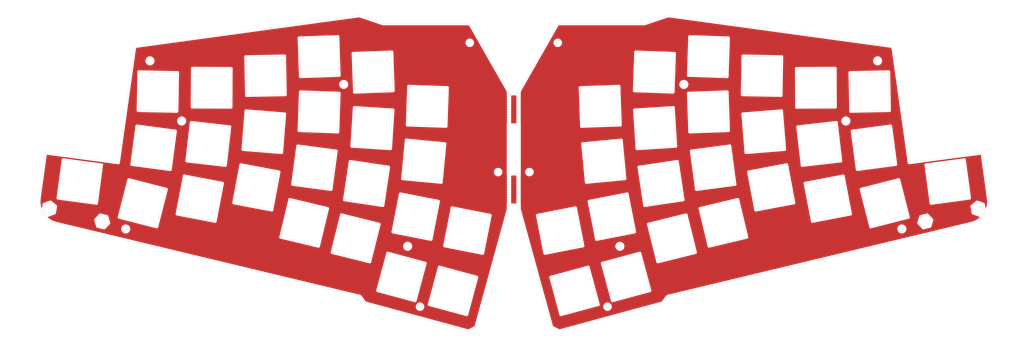
<source format=kicad_pcb>
(kicad_pcb (version 20211014) (generator pcbnew)
  (layers (0 "F.Cu" signal) (31 "B.Cu" signal) (34 "B.Paste" user) (35 "F.Paste" user) (36 "B.SilkS" user "B.Silkscreen") (37 "F.SilkS" user "F.Silkscreen") (38 "B.Mask" user) (39 "F.Mask" user) (44 "Edge.Cuts" user))
  (net 0 "")
  (footprint "e3w2q:mousebite" (layer "F.Cu") (at -2 58.017 -90)
    (fp_text reference "mousebite3" hide)
    (fp_text value "mousebite" hide)
    (pad "" np_thru_hole circle (at 7.5 -0.3 270) (size 0.6 0.6) (drill 0.6) (layers F&B.Cu *.Mask))
    (pad "" np_thru_hole circle (at 3.9 -0.3 270) (size 0.6 0.6) (drill 0.6) (layers F&B.Cu *.Mask))
    (pad "" np_thru_hole circle (at 0.3 -0.3 270) (size 0.6 0.6) (drill 0.6) (layers F&B.Cu *.Mask))
    (pad "" np_thru_hole circle (at 2.1 -0.3 270) (size 0.6 0.6) (drill 0.6) (layers F&B.Cu *.Mask))
    (pad "" np_thru_hole circle (at 4.8 -0.3 270) (size 0.6 0.6) (drill 0.6) (layers F&B.Cu *.Mask))
    (pad "" np_thru_hole circle (at 6.6 -0.3 270) (size 0.6 0.6) (drill 0.6) (layers F&B.Cu *.Mask))
    (pad "" np_thru_hole circle (at 1.2 -0.3 270) (size 0.6 0.6) (drill 0.6) (layers F&B.Cu *.Mask))
    (pad "" np_thru_hole circle (at 10.2 -0.3 270) (size 0.6 0.6) (drill 0.6) (layers F&B.Cu *.Mask))
    (pad "" np_thru_hole circle (at 9.3 -0.3 270) (size 0.6 0.6) (drill 0.6) (layers F&B.Cu *.Mask))
    (pad "" np_thru_hole circle (at 8.4 -0.3 270) (size 0.6 0.6) (drill 0.6) (layers F&B.Cu *.Mask))
    (pad "" np_thru_hole circle (at 3 -0.3 270) (size 0.6 0.6) (drill 0.6) (layers F&B.Cu *.Mask))
    (pad "" np_thru_hole circle (at 5.7 -0.3 270) (size 0.6 0.6) (drill 0.6) (layers F&B.Cu *.Mask))
  )
  (footprint "e3w2q:mousebite" (layer "F.Cu") (at -2 29.482 -90)
    (fp_text reference "mousebite1" hide)
    (fp_text value "mousebite" hide)
    (pad "" np_thru_hole circle (at 10.2 -0.3 270) (size 0.6 0.6) (drill 0.6) (layers F&B.Cu *.Mask))
    (pad "" np_thru_hole circle (at 8.4 -0.3 270) (size 0.6 0.6) (drill 0.6) (layers F&B.Cu *.Mask))
    (pad "" np_thru_hole circle (at 9.3 -0.3 270) (size 0.6 0.6) (drill 0.6) (layers F&B.Cu *.Mask))
    (pad "" np_thru_hole circle (at 6.6 -0.3 270) (size 0.6 0.6) (drill 0.6) (layers F&B.Cu *.Mask))
    (pad "" np_thru_hole circle (at 3.9 -0.3 270) (size 0.6 0.6) (drill 0.6) (layers F&B.Cu *.Mask))
    (pad "" np_thru_hole circle (at 7.5 -0.3 270) (size 0.6 0.6) (drill 0.6) (layers F&B.Cu *.Mask))
    (pad "" np_thru_hole circle (at 3 -0.3 270) (size 0.6 0.6) (drill 0.6) (layers F&B.Cu *.Mask))
    (pad "" np_thru_hole circle (at 5.7 -0.3 270) (size 0.6 0.6) (drill 0.6) (layers F&B.Cu *.Mask))
    (pad "" np_thru_hole circle (at 4.8 -0.3 270) (size 0.6 0.6) (drill 0.6) (layers F&B.Cu *.Mask))
    (pad "" np_thru_hole circle (at 0.3 -0.3 270) (size 0.6 0.6) (drill 0.6) (layers F&B.Cu *.Mask))
    (pad "" np_thru_hole circle (at 2.1 -0.3 270) (size 0.6 0.6) (drill 0.6) (layers F&B.Cu *.Mask))
    (pad "" np_thru_hole circle (at 1.2 -0.3 270) (size 0.6 0.6) (drill 0.6) (layers F&B.Cu *.Mask))
  )
  (footprint "e3w2q:mousebite" (layer "F.Cu") (at 1.4 58.017 -90)
    (fp_text reference "mousebite4" hide)
    (fp_text value "mousebite" hide)
    (pad "" np_thru_hole circle (at 1.2 -0.3 270) (size 0.6 0.6) (drill 0.6) (layers F&B.Cu *.Mask))
    (pad "" np_thru_hole circle (at 3 -0.3 270) (size 0.6 0.6) (drill 0.6) (layers F&B.Cu *.Mask))
    (pad "" np_thru_hole circle (at 2.1 -0.3 270) (size 0.6 0.6) (drill 0.6) (layers F&B.Cu *.Mask))
    (pad "" np_thru_hole circle (at 5.7 -0.3 270) (size 0.6 0.6) (drill 0.6) (layers F&B.Cu *.Mask))
    (pad "" np_thru_hole circle (at 7.5 -0.3 270) (size 0.6 0.6) (drill 0.6) (layers F&B.Cu *.Mask))
    (pad "" np_thru_hole circle (at 0.3 -0.3 270) (size 0.6 0.6) (drill 0.6) (layers F&B.Cu *.Mask))
    (pad "" np_thru_hole circle (at 4.8 -0.3 270) (size 0.6 0.6) (drill 0.6) (layers F&B.Cu *.Mask))
    (pad "" np_thru_hole circle (at 6.6 -0.3 270) (size 0.6 0.6) (drill 0.6) (layers F&B.Cu *.Mask))
    (pad "" np_thru_hole circle (at 3.9 -0.3 270) (size 0.6 0.6) (drill 0.6) (layers F&B.Cu *.Mask))
    (pad "" np_thru_hole circle (at 8.4 -0.3 270) (size 0.6 0.6) (drill 0.6) (layers F&B.Cu *.Mask))
    (pad "" np_thru_hole circle (at 9.3 -0.3 270) (size 0.6 0.6) (drill 0.6) (layers F&B.Cu *.Mask))
    (pad "" np_thru_hole circle (at 10.2 -0.3 270) (size 0.6 0.6) (drill 0.6) (layers F&B.Cu *.Mask))
  )
  (footprint "e3w2q:mousebite" (layer "F.Cu") (at 1.4 29.482 -90)
    (fp_text reference "mousebite2" hide)
    (fp_text value "mousebite" hide)
    (pad "" np_thru_hole circle (at 7.5 -0.3 270) (size 0.6 0.6) (drill 0.6) (layers F&B.Cu *.Mask))
    (pad "" np_thru_hole circle (at 2.1 -0.3 270) (size 0.6 0.6) (drill 0.6) (layers F&B.Cu *.Mask))
    (pad "" np_thru_hole circle (at 0.3 -0.3 270) (size 0.6 0.6) (drill 0.6) (layers F&B.Cu *.Mask))
    (pad "" np_thru_hole circle (at 10.2 -0.3 270) (size 0.6 0.6) (drill 0.6) (layers F&B.Cu *.Mask))
    (pad "" np_thru_hole circle (at 8.4 -0.3 270) (size 0.6 0.6) (drill 0.6) (layers F&B.Cu *.Mask))
    (pad "" np_thru_hole circle (at 6.6 -0.3 270) (size 0.6 0.6) (drill 0.6) (layers F&B.Cu *.Mask))
    (pad "" np_thru_hole circle (at 4.8 -0.3 270) (size 0.6 0.6) (drill 0.6) (layers F&B.Cu *.Mask))
    (pad "" np_thru_hole circle (at 9.3 -0.3 270) (size 0.6 0.6) (drill 0.6) (layers F&B.Cu *.Mask))
    (pad "" np_thru_hole circle (at 3.9 -0.3 270) (size 0.6 0.6) (drill 0.6) (layers F&B.Cu *.Mask))
    (pad "" np_thru_hole circle (at 5.7 -0.3 270) (size 0.6 0.6) (drill 0.6) (layers F&B.Cu *.Mask))
    (pad "" np_thru_hole circle (at 3 -0.3 270) (size 0.6 0.6) (drill 0.6) (layers F&B.Cu *.Mask))
    (pad "" np_thru_hole circle (at 1.2 -0.3 270) (size 0.6 0.6) (drill 0.6) (layers F&B.Cu *.Mask))
  )
  (gr_line (start -82.744907 50.087128) (end -81.637026 36.271749) (layer "Edge.Cuts") (width 0.09))
  (gr_line (start -95.284069 29.727792) (end -81.426491 29.47193) (layer "Edge.Cuts") (width 0.09))
  (gr_circle (center 5.58684 57.018427) (end 6.58684 57.018427) (layer "Edge.Cuts") (width 0.09) (fill none))
  (gr_line (start 101.206016 40.884131) (end 114.975802 39.303968) (layer "Edge.Cuts") (width 0.09))
  (gr_line (start -83.076633 80.244981) (end -69.598097 83.473686) (layer "Edge.Cuts") (width 0.09))
  (gr_line (start -23.643805 26.895993) (end -37.494951 26.40699) (layer "Edge.Cuts") (width 0.09))
  (gr_line (start -102.786076 54.653918) (end -101.205912 40.884131) (layer "Edge.Cuts") (width 0.09))
  (gr_curve (pts (xy 2.000093 29.16493) (xy 2.000093 29.16493) (xy -1.999986 29.16493) (xy -1.999986 29.16493)) (layer "Edge.Cuts") (width 0.09))
  (gr_line (start -101.205912 40.884131) (end -114.975699 39.303968) (layer "Edge.Cuts") (width 0.09))
  (gr_line (start 56.865007 33.997319) (end 57.740556 47.82921) (layer "Edge.Cuts") (width 0.09))
  (gr_line (start 51.324491 89.04019) (end 47.972543 75.591838) (layer "Edge.Cuts") (width 0.09))
  (gr_line (start 100.7848 33.92339) (end 100.715782 20.063107) (layer "Edge.Cuts") (width 0.09))
  (gr_line (start 60.360917 66.911531) (end 46.6534 68.961843) (layer "Edge.Cuts") (width 0.09))
  (gr_curve (pts (xy 2.035879 70.375183) (xy 2.035879 70.375183) (xy 13.438801 111.84931) (xy 13.438801 111.84931)) (layer "Edge.Cuts") (width 0.09))
  (gr_curve (pts (xy 2.000093 70.110083) (xy 2.000093 70.199656) (xy 2.01213 70.288819) (xy 2.035879 70.375183)) (layer "Edge.Cuts") (width 0.09))
  (gr_line (start -56.864903 33.997319) (end -57.740452 47.82921) (layer "Edge.Cuts") (width 0.09))
  (gr_line (start -62.216056 22.556742) (end -62.694451 8.704887) (layer "Edge.Cuts") (width 0.09))
  (gr_line (start -116.555862 53.073754) (end -102.786076 54.653918) (layer "Edge.Cuts") (width 0.09))
  (gr_line (start -25.84497 60.69952) (end -24.5337 46.901411) (layer "Edge.Cuts") (width 0.09))
  (gr_line (start 42.943397 28.053946) (end 43.439959 14.202438) (layer "Edge.Cuts") (width 0.09))
  (gr_line (start -147.369849 72.276429) (end -149.045483 74.02921) (layer "Edge.Cuts") (width 0.09))
  (gr_line (start -51.324387 89.04019) (end -47.972439 75.591838) (layer "Edge.Cuts") (width 0.09))
  (gr_line (start -43.908561 48.704759) (end -43.033012 34.872868) (layer "Edge.Cuts") (width 0.09))
  (gr_curve (pts (xy -46.794538 4.130196) (xy -46.794538 4.130196) (xy -54.829276 1.412597) (xy -54.829276 1.412597)) (layer "Edge.Cuts") (width 0.09))
  (gr_circle (center 33.420425 104.992094) (end 34.420425 104.992094) (layer "Edge.Cuts") (width 0.09) (fill none))
  (gr_line (start -62.70705 42.74361) (end -62.218053 28.892457) (layer "Edge.Cuts") (width 0.09))
  (gr_line (start -13.154261 94.482849) (end -26.534542 90.86879) (layer "Edge.Cuts") (width 0.09))
  (gr_line (start 133.927903 35.113822) (end 120.070992 35.385201) (layer "Edge.Cuts") (width 0.09))
  (gr_line (start -117.430128 58.382753) (end -120.039115 71.994916) (layer "Edge.Cuts") (width 0.09))
  (gr_line (start 140.670232 73.127976) (end 127.244907 76.573241) (layer "Edge.Cuts") (width 0.09))
  (gr_curve (pts (xy 16.581072 113.50541) (xy 16.581072 113.50541) (xy 52.718272 103.693003) (xy 52.718272 103.693003)) (layer "Edge.Cuts") (width 0.09))
  (gr_curve (pts (xy 2.000093 28.455412) (xy 2.000093 28.455412) (xy 2.000093 29.16493) (xy 2.000093 29.16493)) (layer "Edge.Cuts") (width 0.09))
  (gr_curve (pts (xy -1.999986 28.455412) (xy -1.999986 28.281629) (xy -2.045289 28.110838) (xy -2.131394 27.959878)) (layer "Edge.Cuts") (width 0.09))
  (gr_line (start -77.01491 47.672274) (end -78.85204 61.409825) (layer "Edge.Cuts") (width 0.09))
  (gr_curve (pts (xy -16.276935 4.182927) (xy -16.276935 4.182927) (xy -46.474144 4.182927) (xy -46.474144 4.182927)) (layer "Edge.Cuts") (width 0.09))
  (gr_line (start -43.439855 14.202438) (end -57.291364 14.698999) (layer "Edge.Cuts") (width 0.09))
  (gr_line (start -83.666784 56.953202) (end -97.287119 54.389017) (layer "Edge.Cuts") (width 0.09))
  (gr_line (start 47.972543 75.591838) (end 61.420895 72.23989) (layer "Edge.Cuts") (width 0.09))
  (gr_line (start 106.427056 74.603903) (end 103.818069 60.991739) (layer "Edge.Cuts") (width 0.09))
  (gr_line (start -86.230969 70.573537) (end -83.666784 56.953202) (layer "Edge.Cuts") (width 0.09))
  (gr_line (start 76.558306 42.254612) (end 62.707154 42.74361) (layer "Edge.Cuts") (width 0.09))
  (gr_line (start -148.365346 76.356742) (end -146.009576 76.931492) (layer "Edge.Cuts") (width 0.09))
  (gr_line (start 82.74501 50.087128) (end 81.63713 36.271749) (layer "Edge.Cuts") (width 0.09))
  (gr_line (start 37.984058 40.258136) (end 24.132912 40.74714) (layer "Edge.Cuts") (width 0.09))
  (gr_line (start 102.78618 54.653918) (end 101.206016 40.884131) (layer "Edge.Cuts") (width 0.09))
  (gr_line (start -42.943294 28.053946) (end -43.439855 14.202438) (layer "Edge.Cuts") (width 0.09))
  (gr_curve (pts (xy 13.956512 112.478987) (xy 13.956512 112.478987) (xy 15.872502 113.435109) (xy 15.872502 113.435109)) (layer "Edge.Cuts") (width 0.09))
  (gr_line (start -133.656421 21.256911) (end -133.9278 35.113822) (layer "Edge.Cuts") (width 0.09))
  (gr_line (start 44.924307 85.901622) (end 48.538395 99.281874) (layer "Edge.Cuts") (width 0.09))
  (gr_curve (pts (xy -55.285321 1.369124) (xy -55.285321 1.369124) (xy -134.320936 12.188812) (xy -134.320936 12.188812)) (layer "Edge.Cuts") (width 0.09))
  (gr_line (start -144.333943 75.178711) (end -145.014079 72.851179) (layer "Edge.Cuts") (width 0.09))
  (gr_line (start -122.43014 56.137343) (end -120.603791 42.397922) (layer "Edge.Cuts") (width 0.09))
  (gr_line (start -61.420792 72.23989) (end -64.772739 85.688242) (layer "Edge.Cuts") (width 0.09))
  (gr_line (start -62.218053 28.892457) (end -76.069205 28.40346) (layer "Edge.Cuts") (width 0.09))
  (gr_line (start 25.845074 60.69952) (end 24.533803 46.901411) (layer "Edge.Cuts") (width 0.09))
  (gr_line (start -43.033012 34.872868) (end -56.864903 33.997319) (layer "Edge.Cuts") (width 0.09))
  (gr_line (start -81.682353 15.614352) (end -95.539931 15.870214) (layer "Edge.Cuts") (width 0.09))
  (gr_line (start 133.656525 21.256911) (end 133.927903 35.113822) (layer "Edge.Cuts") (width 0.09))
  (gr_line (start -76.546306 9.183282) (end -76.06791 23.035137) (layer "Edge.Cuts") (width 0.09))
  (gr_line (start -62.694451 8.704887) (end -76.546306 9.183282) (layer "Edge.Cuts") (width 0.09))
  (gr_line (start 146.00968 76.931492) (end 144.334047 75.178711) (layer "Edge.Cuts") (width 0.09))
  (gr_line (start 81.63713 36.271749) (end 95.452509 35.163868) (layer "Edge.Cuts") (width 0.09))
  (gr_curve (pts (xy 52.718272 103.693003) (xy 52.938199 103.633295) (xy 53.131124 103.50025) (xy 53.265117 103.315894)) (layer "Edge.Cuts") (width 0.09))
  (gr_line (start -119.79951 21.52829) (end -133.656421 21.256911) (layer "Edge.Cuts") (width 0.09))
  (gr_line (start -134.343213 40.571573) (end -136.169561 54.310995) (layer "Edge.Cuts") (width 0.09))
  (gr_line (start 165.159676 67.663987) (end 167.434197 68.50455) (layer "Edge.Cuts") (width 0.09))
  (gr_line (start 163.294467 69.213499) (end 165.159676 67.663987) (layer "Edge.Cuts") (width 0.09))
  (gr_line (start 167.843508 70.894624) (end 165.978299 72.444135) (layer "Edge.Cuts") (width 0.09))
  (gr_line (start -81.637026 36.271749) (end -95.452405 35.163868) (layer "Edge.Cuts") (width 0.09))
  (gr_curve (pts (xy -140.918875 53.717759) (xy -140.918875 53.717759) (xy -166.903292 50.261682) (xy -166.903292 50.261682)) (layer "Edge.Cuts") (width 0.09))
  (gr_line (start 30.148705 104.249071) (end 16.768424 107.86313) (layer "Edge.Cuts") (width 0.09))
  (gr_curve (pts (xy -15.872395 113.435109) (xy -15.872395 113.435109) (xy -13.956405 112.478987) (xy -13.956405 112.478987)) (layer "Edge.Cuts") (width 0.09))
  (gr_line (start 149.045587 74.02921) (end 148.36545 76.356742) (layer "Edge.Cuts") (width 0.09))
  (gr_line (start -146.009576 76.931492) (end -144.333943 75.178711) (layer "Edge.Cuts") (width 0.09))
  (gr_circle (center 129.682394 17.371) (end 130.782394 17.371) (layer "Edge.Cuts") (width 0.09) (fill none))
  (gr_curve (pts (xy -135.17547 13.039751) (xy -135.17547 13.039751) (xy -140.918875 53.717759) (xy -140.918875 53.717759)) (layer "Edge.Cuts") (width 0.09))
  (gr_line (start 21.985935 69.738421) (end 24.660322 83.337653) (layer "Edge.Cuts") (width 0.09))
  (gr_line (start 24.660322 83.337653) (end 11.06109 86.012041) (layer "Edge.Cuts") (width 0.09))
  (gr_line (start -114.975699 39.303968) (end -116.555862 53.073754) (layer "Edge.Cuts") (width 0.09))
  (gr_line (start 26.822846 67.436057) (end 40.424082 64.771593) (layer "Edge.Cuts") (width 0.09))
  (gr_line (start 79.848031 66.766446) (end 83.076736 80.244981) (layer "Edge.Cuts") (width 0.09))
  (gr_line (start -114.575961 19.99409) (end -114.644978 33.854372) (layer "Edge.Cuts") (width 0.09))
  (gr_line (start 134.343317 40.571573) (end 136.169665 54.310995) (layer "Edge.Cuts") (width 0.09))
  (gr_line (start -76.558203 42.254612) (end -62.70705 42.74361) (layer "Edge.Cuts") (width 0.09))
  (gr_line (start 148.725489 68.165155) (end 146.892643 54.426891) (layer "Edge.Cuts") (width 0.09))
  (gr_curve (pts (xy -1.999986 68.716994) (xy -1.999986 68.716994) (xy 2.000093 68.716994) (xy 2.000093 68.716994)) (layer "Edge.Cuts") (width 0.09))
  (gr_line (start -123.799538 63.147917) (end -137.224863 59.702651) (layer "Edge.Cuts") (width 0.09))
  (gr_line (start -95.452405 35.163868) (end -96.560286 48.979248) (layer "Edge.Cuts") (width 0.09))
  (gr_line (start -95.539931 15.870214) (end -95.284069 29.727792) (layer "Edge.Cuts") (width 0.09))
  (gr_curve (pts (xy -13.956405 112.478987) (xy -13.702243 112.352143) (xy -13.514011 112.123195) (xy -13.438693 111.84931)) (layer "Edge.Cuts") (width 0.09))
  (gr_curve (pts (xy 46.474252 4.182927) (xy 46.474252 4.182927) (xy 16.277043 4.182927) (xy 16.277043 4.182927)) (layer "Edge.Cuts") (width 0.09))
  (gr_line (start -97.287119 54.389017) (end -99.851304 68.009352) (layer "Edge.Cuts") (width 0.09))
  (gr_curve (pts (xy 2.000093 40.164926) (xy 2.000093 40.164926) (xy 2.000093 57.716998) (xy 2.000093 57.716998)) (layer "Edge.Cuts") (width 0.09))
  (gr_line (start 96.56039 48.979248) (end 82.74501 50.087128) (layer "Edge.Cuts") (width 0.09))
  (gr_line (start -120.603791 42.397922) (end -134.343213 40.571573) (layer "Edge.Cuts") (width 0.09))
  (gr_line (start 26.534646 90.86879) (end 30.148705 104.249071) (layer "Edge.Cuts") (width 0.09))
  (gr_line (start -148.725385 68.165155) (end -146.892539 54.426891) (layer "Edge.Cuts") (width 0.09))
  (gr_curve (pts (xy 135.175578 13.039751) (xy 135.113049 12.596927) (xy 134.764126 12.249468) (xy 134.321043 12.188812)) (layer "Edge.Cuts") (width 0.09))
  (gr_circle (center -5.586736 57.018427) (end -4.586736 57.018427) (layer "Edge.Cuts") (width 0.09) (fill none))
  (gr_line (start -47.972439 75.591838) (end -61.420792 72.23989) (layer "Edge.Cuts") (width 0.09))
  (gr_line (start -100.784696 33.92339) (end -100.715678 20.063107) (layer "Edge.Cuts") (width 0.09))
  (gr_curve (pts (xy -15.40834 4.687397) (xy -15.586301 4.375465) (xy -15.917827 4.182927) (xy -16.276935 4.182927)) (layer "Edge.Cuts") (width 0.09))
  (gr_line (start 120.603895 42.397922) (end 134.343317 40.571573) (layer "Edge.Cuts") (width 0.09))
  (gr_curve (pts (xy 55.094312 101.206592) (xy 55.094312 101.206592) (xy 163.072734 75.283303) (xy 163.072734 75.283303)) (layer "Edge.Cuts") (width 0.09))
  (gr_line (start -44.924204 85.901622) (end -48.538291 99.281874) (layer "Edge.Cuts") (width 0.09))
  (gr_line (start -24.5337 46.901411) (end -38.331809 45.59014) (layer "Edge.Cuts") (width 0.09))
  (gr_line (start 38.331913 45.59014) (end 39.643183 59.388249) (layer "Edge.Cuts") (width 0.09))
  (gr_line (start 65.114594 63.246954) (end 63.277464 49.509404) (layer "Edge.Cuts") (width 0.09))
  (gr_curve (pts (xy -54.518744 101.591) (xy -54.518744 101.591) (xy -53.265009 103.315894) (xy -53.265009 103.315894)) (layer "Edge.Cuts") (width 0.09))
  (gr_line (start 103.818069 60.991739) (end 117.430232 58.382753) (layer "Edge.Cuts") (width 0.09))
  (gr_line (start -100.715678 20.063107) (end -114.575961 19.99409) (layer "Edge.Cuts") (width 0.09))
  (gr_curve (pts (xy 54.518851 101.591) (xy 54.658808 101.398462) (xy 54.862866 101.262144) (xy 55.094312 101.206592)) (layer "Edge.Cuts") (width 0.09))
  (gr_line (start 146.892643 54.426891) (end 160.630907 52.594045) (layer "Edge.Cuts") (width 0.09))
  (gr_curve (pts (xy 15.872502 113.435109) (xy 16.092063 113.544684) (xy 16.344244 113.569704) (xy 16.581072 113.50541)) (layer "Edge.Cuts") (width 0.09))
  (gr_line (start 57.740556 47.82921) (end 43.908664 48.704759) (layer "Edge.Cuts") (width 0.09))
  (gr_line (start 24.533803 46.901411) (end 38.331913 45.59014) (layer "Edge.Cuts") (width 0.09))
  (gr_curve (pts (xy -13.438693 111.84931) (xy -13.438693 111.84931) (xy -2.035772 70.375183) (xy -2.035772 70.375183)) (layer "Edge.Cuts") (width 0.09))
  (gr_line (start -167.434093 68.50455) (end -167.843405 70.894624) (layer "Edge.Cuts") (width 0.09))
  (gr_line (start -133.9278 35.113822) (end -120.070888 35.385201) (layer "Edge.Cuts") (width 0.09))
  (gr_line (start -26.822743 67.436057) (end -40.423978 64.771593) (layer "Edge.Cuts") (width 0.09))
  (gr_circle (center 60.625647 25.768284) (end 61.725647 25.768284) (layer "Edge.Cuts") (width 0.09) (fill none))
  (gr_line (start -44.602984 55.254326) (end -58.310501 53.204013) (layer "Edge.Cuts") (width 0.09))
  (gr_line (start 114.645082 33.854372) (end 100.7848 33.92339) (layer "Edge.Cuts") (width 0.09))
  (gr_line (start -140.670128 73.127976) (end -127.244803 76.573241) (layer "Edge.Cuts") (width 0.09))
  (gr_line (start 35.158143 102.895962) (end 31.544055 89.51571) (layer "Edge.Cuts") (width 0.09))
  (gr_line (start 48.538395 99.281874) (end 35.158143 102.895962) (layer "Edge.Cuts") (width 0.09))
  (gr_line (start 24.132912 40.74714) (end 23.643908 26.895993) (layer "Edge.Cuts") (width 0.09))
  (gr_line (start 120.039219 71.994916) (end 106.427056 74.603903) (layer "Edge.Cuts") (width 0.09))
  (gr_line (start -63.27736 49.509404) (end -77.01491 47.672274) (layer "Edge.Cuts") (width 0.09))
  (gr_curve (pts (xy -53.265009 103.315894) (xy -53.131016 103.50025) (xy -52.938091 103.633295) (xy -52.718143 103.693003)) (layer "Edge.Cuts") (width 0.09))
  (gr_circle (center -37.818344 83.469458) (end -36.718344 83.469458) (layer "Edge.Cuts") (width 0.09) (fill none))
  (gr_line (start 8.386702 72.412808) (end 21.985935 69.738421) (layer "Edge.Cuts") (width 0.09))
  (gr_line (start 163.703779 71.603573) (end 163.294467 69.213499) (layer "Edge.Cuts") (width 0.09))
  (gr_line (start -165.159572 67.663987) (end -167.434093 68.50455) (layer "Edge.Cuts") (width 0.09))
  (gr_line (start 43.439959 14.202438) (end 57.291467 14.698999) (layer "Edge.Cuts") (width 0.09))
  (gr_line (start -136.169561 54.310995) (end -122.43014 56.137343) (layer "Edge.Cuts") (width 0.09))
  (gr_line (start 95.540035 15.870214) (end 95.284172 29.727792) (layer "Edge.Cuts") (width 0.09))
  (gr_line (start -30.148601 104.249071) (end -16.76832 107.86313) (layer "Edge.Cuts") (width 0.09))
  (gr_curve (pts (xy 140.918982 53.717759) (xy 140.918982 53.717759) (xy 135.175578 13.039751) (xy 135.175578 13.039751)) (layer "Edge.Cuts") (width 0.09))
  (gr_curve (pts (xy -1.999986 40.164926) (xy -1.999986 40.164926) (xy 2.000093 40.164926) (xy 2.000093 40.164926)) (layer "Edge.Cuts") (width 0.09))
  (gr_curve (pts (xy -1.999986 70.110083) (xy -1.999986 70.110083) (xy -1.999986 68.716994) (xy -1.999986 68.716994)) (layer "Edge.Cuts") (width 0.09))
  (gr_line (start 11.06109 86.012041) (end 8.386702 72.412808) (layer "Edge.Cuts") (width 0.09))
  (gr_line (start 78.852144 61.409825) (end 65.114594 63.246954) (layer "Edge.Cuts") (width 0.09))
  (gr_line (start 144.334047 75.178711) (end 145.014183 72.851179) (layer "Edge.Cuts") (width 0.09))
  (gr_line (start 117.430232 58.382753) (end 120.039219 71.994916) (layer "Edge.Cuts") (width 0.09))
  (gr_line (start 147.369953 72.276429) (end 149.045587 74.02921) (layer "Edge.Cuts") (width 0.09))
  (gr_curve (pts (xy -46.474144 4.182927) (xy -46.583095 4.182927) (xy -46.691336 4.16512) (xy -46.794538 4.130196)) (layer "Edge.Cuts") (width 0.09))
  (gr_circle (center -138.330513 77.292745) (end -137.230513 77.292745) (layer "Edge.Cuts") (width 0.09) (fill none))
  (gr_line (start -146.892539 54.426891) (end -160.630803 52.594045) (layer "Edge.Cuts") (width 0.09))
  (gr_line (start 114.975802 39.303968) (end 116.555966 53.073754) (layer "Edge.Cuts") (width 0.09))
  (gr_line (start -137.224863 59.702651) (end -140.670128 73.127976) (layer "Edge.Cuts") (width 0.09))
  (gr_curve (pts (xy -169.130094 66.411622) (xy -169.691925 70.486352) (xy -167.072253 74.323069) (xy -163.072626 75.283303)) (layer "Edge.Cuts") (width 0.09))
  (gr_line (start -57.740452 47.82921) (end -43.908561 48.704759) (layer "Edge.Cuts") (width 0.09))
  (gr_curve (pts (xy 166.9034 50.261682) (xy 166.9034 50.261682) (xy 140.918982 53.717759) (xy 140.918982 53.717759)) (layer "Edge.Cuts") (width 0.09))
  (gr_circle (center 15.684 10.941762) (end 16.684 10.941762) (layer "Edge.Cuts") (width 0.09) (fill none))
  (gr_line (start -11.060986 86.012041) (end -8.386599 72.412808) (layer "Edge.Cuts") (width 0.09))
  (gr_line (start -29.487207 81.037293) (end -26.822743 67.436057) (layer "Edge.Cuts") (width 0.09))
  (gr_line (start -26.534542 90.86879) (end -30.148601 104.249071) (layer "Edge.Cuts") (width 0.09))
  (gr_curve (pts (xy 2.131524 27.959878) (xy 2.045396 28.110838) (xy 2.000093 28.281629) (xy 2.000093 28.455412)) (layer "Edge.Cuts") (width 0.09))
  (gr_curve (pts (xy 163.072734 75.283303) (xy 167.07236 74.323069) (xy 169.692032 70.486352) (xy 169.130202 66.411622)) (layer "Edge.Cuts") (width 0.09))
  (gr_curve (pts (xy 169.130202 66.411622) (xy 169.130202 66.411622) (xy 166.9034 50.261682) (xy 166.9034 50.261682)) (layer "Edge.Cuts") (width 0.09))
  (gr_line (start -35.158039 102.895962) (end -31.543951 89.51571) (layer "Edge.Cuts") (width 0.09))
  (gr_curve (pts (xy -55.094204 101.206592) (xy -54.862758 101.262144) (xy -54.658701 101.398462) (xy -54.518744 101.591)) (layer "Edge.Cuts") (width 0.09))
  (gr_line (start 43.088546 78.372828) (end 29.487311 81.037293) (layer "Edge.Cuts") (width 0.09))
  (gr_line (start -56.794802 28.550508) (end -42.943294 28.053946) (layer "Edge.Cuts") (width 0.09))
  (gr_line (start 86.231073 70.573537) (end 83.666888 56.953202) (layer "Edge.Cuts") (width 0.09))
  (gr_circle (center -60.625543 25.768284) (end -59.525543 25.768284) (layer "Edge.Cuts") (width 0.09) (fill none))
  (gr_line (start 29.487311 81.037293) (end 26.822846 67.436057) (layer "Edge.Cuts") (width 0.09))
  (gr_curve (pts (xy -54.829276 1.412597) (xy -54.975886 1.363009) (xy -55.131992 1.34813) (xy -55.285321 1.369124)) (layer "Edge.Cuts") (width 0.09))
  (gr_line (start -162.463649 66.332309) (end -148.725385 68.165155) (layer "Edge.Cuts") (width 0.09))
  (gr_curve (pts (xy -2.035772 70.375183) (xy -2.012022 70.288819) (xy -1.999986 70.199656) (xy -1.999986 70.110083)) (layer "Edge.Cuts") (width 0.09))
  (gr_line (start 160.630907 52.594045) (end 162.463752 66.332309) (layer "Edge.Cuts") (width 0.09))
  (gr_line (start -48.538291 99.281874) (end -35.158039 102.895962) (layer "Edge.Cuts") (width 0.09))
  (gr_line (start 120.070992 35.385201) (end 119.799613 21.52829) (layer "Edge.Cuts") (width 0.09))
  (gr_line (start 62.694555 8.704887) (end 76.546409 9.183282) (layer "Edge.Cuts") (width 0.09))
  (gr_curve (pts (xy -16.580965 113.50541) (xy -16.344136 113.569704) (xy -16.091955 113.544684) (xy -15.872395 113.435109)) (layer "Edge.Cuts") (width 0.09))
  (gr_line (start 61.420895 72.23989) (end 64.772843 85.688242) (layer "Edge.Cuts") (width 0.09))
  (gr_line (start -60.360814 66.911531) (end -46.653296 68.961843) (layer "Edge.Cuts") (width 0.09))
  (gr_line (start -69.598097 83.473686) (end -66.369393 69.995151) (layer "Edge.Cuts") (width 0.09))
  (gr_line (start -103.817965 60.991739) (end -117.430128 58.382753) (layer "Edge.Cuts") (width 0.09))
  (gr_curve (pts (xy -166.903292 50.261682) (xy -166.903292 50.261682) (xy -169.130094 66.411622) (xy -169.130094 66.411622)) (layer "Edge.Cuts") (width 0.09))
  (gr_line (start 83.076736 80.244981) (end 69.598201 83.473686) (layer "Edge.Cuts") (width 0.09))
  (gr_line (start -66.369393 69.995151) (end -79.847928 66.766446) (layer "Edge.Cuts") (width 0.09))
  (gr_line (start 145.014183 72.851179) (end 147.369953 72.276429) (layer "Edge.Cuts") (width 0.09))
  (gr_line (start -163.294363 69.213499) (end -165.159572 67.663987) (layer "Edge.Cuts") (width 0.09))
  (gr_line (start 62.707154 42.74361) (end 62.218156 28.892457) (layer "Edge.Cuts") (width 0.09))
  (gr_line (start -64.772739 85.688242) (end -51.324387 89.04019) (layer "Edge.Cuts") (width 0.09))
  (gr_line (start 114.576064 19.99409) (end 114.645082 33.854372) (layer "Edge.Cuts") (width 0.09))
  (gr_line (start -99.851304 68.009352) (end -86.230969 70.573537) (layer "Edge.Cuts") (width 0.09))
  (gr_line (start -120.039115 71.994916) (end -106.426952 74.603903) (layer "Edge.Cuts") (width 0.09))
  (gr_curve (pts (xy 2.000093 57.716998) (xy 2.000093 57.716998) (xy -1.999986 57.716998) (xy -1.999986 57.716998)) (layer "Edge.Cuts") (width 0.09))
  (gr_line (start 116.555966 53.073754) (end 102.78618 54.653918) (layer "Edge.Cuts") (width 0.09))
  (gr_line (start 39.643183 59.388249) (end 25.845074 60.69952) (layer "Edge.Cuts") (width 0.09))
  (gr_curve (pts (xy -163.072626 75.283303) (xy -163.072626 75.283303) (xy -55.094204 101.206592) (xy -55.094204 101.206592)) (layer "Edge.Cuts") (width 0.09))
  (gr_line (start 43.908664 48.704759) (end 43.033116 34.872868) (layer "Edge.Cuts") (width 0.09))
  (gr_line (start -24.660219 83.337653) (end -11.060986 86.012041) (layer "Edge.Cuts") (width 0.09))
  (gr_curve (pts (xy 55.285428 1.369124) (xy 55.1321 1.34813) (xy 54.975994 1.363009) (xy 54.829405 1.412597)) (layer "Edge.Cuts") (width 0.09))
  (gr_line (start -40.423978 64.771593) (end -43.088443 78.372828) (layer "Edge.Cuts") (width 0.09))
  (gr_line (start -167.843405 70.894624) (end -165.978196 72.444135) (layer "Edge.Cuts") (width 0.09))
  (gr_line (start 63.277464 49.509404) (end 77.015014 47.672274) (layer "Edge.Cuts") (width 0.09))
  (gr_line (start -120.070888 35.385201) (end -119.79951 21.52829) (layer "Edge.Cuts") (width 0.09))
  (gr_line (start 57.291467 14.698999) (end 56.794906 28.550508) (layer "Edge.Cuts") (width 0.09))
  (gr_line (start 23.643908 26.895993) (end 37.495055 26.40699) (layer "Edge.Cuts") (width 0.09))
  (gr_circle (center 118.380411 38.811769) (end 119.480411 38.811769) (layer "Edge.Cuts") (width 0.09) (fill none))
  (gr_line (start -21.985831 69.738421) (end -24.660219 83.337653) (layer "Edge.Cuts") (width 0.09))
  (gr_circle (center -129.68229 17.371) (end -128.58229 17.371) (layer "Edge.Cuts") (width 0.09) (fill none))
  (gr_line (start -46.653296 68.961843) (end -44.602984 55.254326) (layer "Edge.Cuts") (width 0.09))
  (gr_line (start 148.36545 76.356742) (end 146.00968 76.931492) (layer "Edge.Cuts") (width 0.09))
  (gr_line (start 46.6534 68.961843) (end 44.603087 55.254326) (layer "Edge.Cuts") (width 0.09))
  (gr_line (start 69.598201 83.473686) (end 66.369496 69.995151) (layer "Edge.Cuts") (width 0.09))
  (gr_line (start 162.463752 66.332309) (end 148.725489 68.165155) (layer "Edge.Cuts") (width 0.09))
  (gr_line (start -43.088443 78.372828) (end -29.487207 81.037293) (layer "Edge.Cuts") (width 0.09))
  (gr_line (start 37.495055 26.40699) (end 37.984058 40.258136) (layer "Edge.Cuts") (width 0.09))
  (gr_line (start -165.978196 72.444135) (end -163.703675 71.603573) (layer "Edge.Cuts") (width 0.09))
  (gr_curve (pts (xy -134.320936 12.188812) (xy -134.764018 12.249468) (xy -135.112941 12.596927) (xy -135.17547 13.039751)) (layer "Edge.Cuts") (width 0.09))
  (gr_line (start 62.218156 28.892457) (end 76.069309 28.40346) (layer "Edge.Cuts") (width 0.09))
  (gr_curve (pts (xy -2.131394 27.959878) (xy -2.131394 27.959878) (xy -15.40834 4.687397) (xy -15.40834 4.687397)) (layer "Edge.Cuts") (width 0.09))
  (gr_line (start 58.310605 53.204013) (end 60.360917 66.911531) (layer "Edge.Cuts") (width 0.09))
  (gr_line (start 127.244907 76.573241) (end 123.799642 63.147917) (layer "Edge.Cuts") (width 0.09))
  (gr_curve (pts (xy 15.408448 4.687397) (xy 15.408448 4.687397) (xy 2.131524 27.959878) (xy 2.131524 27.959878)) (layer "Edge.Cuts") (width 0.09))
  (gr_line (start -114.644978 33.854372) (end -100.784696 33.92339) (layer "Edge.Cuts") (width 0.09))
  (gr_circle (center 138.330617 77.292745) (end 139.430617 77.292745) (layer "Edge.Cuts") (width 0.09) (fill none))
  (gr_line (start -149.045483 74.02921) (end -148.365346 76.356742) (layer "Edge.Cuts") (width 0.09))
  (gr_line (start 31.544055 89.51571) (end 44.924307 85.901622) (layer "Edge.Cuts") (width 0.09))
  (gr_curve (pts (xy 13.438801 111.84931) (xy 13.514119 112.123195) (xy 13.702351 112.352143) (xy 13.956512 112.478987)) (layer "Edge.Cuts") (width 0.09))
  (gr_curve (pts (xy -1.999986 29.16493) (xy -1.999986 29.16493) (xy -1.999986 28.455412) (xy -1.999986 28.455412)) (layer "Edge.Cuts") (width 0.09))
  (gr_line (start -76.06791 23.035137) (end -62.216056 22.556742) (layer "Edge.Cuts") (width 0.09))
  (gr_line (start 81.426595 29.47193) (end 81.682457 15.614352) (layer "Edge.Cuts") (width 0.09))
  (gr_line (start -145.014079 72.851179) (end -147.369849 72.276429) (layer "Edge.Cuts") (width 0.09))
  (gr_line (start 81.682457 15.614352) (end 95.540035 15.870214) (layer "Edge.Cuts") (width 0.09))
  (gr_line (start 13.154365 94.482849) (end 26.534646 90.86879) (layer "Edge.Cuts") (width 0.09))
  (gr_circle (center -33.420321 104.992094) (end -32.420321 104.992094) (layer "Edge.Cuts") (width 0.09) (fill none))
  (gr_line (start 95.284172 29.727792) (end 81.426595 29.47193) (layer "Edge.Cuts") (width 0.09))
  (gr_line (start -79.847928 66.766446) (end -83.076633 80.244981) (layer "Edge.Cuts") (width 0.09))
  (gr_curve (pts (xy 16.277043 4.182927) (xy 15.917934 4.182927) (xy 15.586409 4.375465) (xy 15.408448 4.687397)) (layer "Edge.Cuts") (width 0.09))
  (gr_line (start -127.244803 76.573241) (end -123.799538 63.147917) (layer "Edge.Cuts") (width 0.09))
  (gr_circle (center 37.818448 83.469458) (end 38.918448 83.469458) (layer "Edge.Cuts") (width 0.09) (fill none))
  (gr_line (start 64.772843 85.688242) (end 51.324491 89.04019) (layer "Edge.Cuts") (width 0.09))
  (gr_line (start -81.426491 29.47193) (end -81.682353 15.614352) (layer "Edge.Cuts") (width 0.09))
  (gr_line (start -16.76832 107.86313) (end -13.154261 94.482849) (layer "Edge.Cuts") (width 0.09))
  (gr_line (start -65.11449 63.246954) (end -63.27736 49.509404) (layer "Edge.Cuts") (width 0.09))
  (gr_line (start 100.715782 20.063107) (end 114.576064 19.99409) (layer "Edge.Cuts") (width 0.09))
  (gr_circle (center -118.380307 38.811769) (end -117.280307 38.811769) (layer "Edge.Cuts") (width 0.09) (fill none))
  (gr_line (start 56.794906 28.550508) (end 42.943397 28.053946) (layer "Edge.Cuts") (width 0.09))
  (gr_line (start -160.630803 52.594045) (end -162.463649 66.332309) (layer "Edge.Cuts") (width 0.09))
  (gr_line (start 77.015014 47.672274) (end 78.852144 61.409825) (layer "Edge.Cuts") (width 0.09))
  (gr_line (start -96.560286 48.979248) (end -82.744907 50.087128) (layer "Edge.Cuts") (width 0.09))
  (gr_line (start 165.978299 72.444135) (end 163.703779 71.603573) (layer "Edge.Cuts") (width 0.09))
  (gr_circle (center -15.684 10.941762) (end -14.684 10.941762) (layer "Edge.Cuts") (width 0.09) (fill none))
  (gr_line (start 62.216159 22.556742) (end 62.694555 8.704887) (layer "Edge.Cuts") (width 0.09))
  (gr_line (start -106.426952 74.603903) (end -103.817965 60.991739) (layer "Edge.Cuts") (width 0.09))
  (gr_line (start 76.068014 23.035137) (end 62.216159 22.556742) (layer "Edge.Cuts") (width 0.09))
  (gr_line (start 97.287223 54.389017) (end 99.851408 68.009352) (layer "Edge.Cuts") (width 0.09))
  (gr_line (start 76.069309 28.40346) (end 76.558306 42.254612) (layer "Edge.Cuts") (width 0.09))
  (gr_curve (pts (xy 54.829405 1.412597) (xy 54.829405 1.412597) (xy 46.794646 4.130196) (xy 46.794646 4.130196)) (layer "Edge.Cuts") (width 0.09))
  (gr_line (start 66.369496 69.995151) (end 79.848031 66.766446) (layer "Edge.Cuts") (width 0.09))
  (gr_line (start -57.291364 14.698999) (end -56.794802 28.550508) (layer "Edge.Cuts") (width 0.09))
  (gr_line (start 136.169665 54.310995) (end 122.430244 56.137343) (layer "Edge.Cuts") (width 0.09))
  (gr_curve (pts (xy 53.265117 103.315894) (xy 53.265117 103.315894) (xy 54.518851 101.591) (xy 54.518851 101.591)) (layer "Edge.Cuts") (width 0.09))
  (gr_line (start 43.033116 34.872868) (end 56.865007 33.997319) (layer "Edge.Cuts") (width 0.09))
  (gr_curve (pts (xy -52.718143 103.693003) (xy -52.718143 103.693003) (xy -16.580965 113.50541) (xy -16.580965 113.50541)) (layer "Edge.Cuts") (width 0.09))
  (gr_line (start -39.64308 59.388249) (end -25.84497 60.69952) (layer "Edge.Cuts") (width 0.09))
  (gr_line (start 122.430244 56.137343) (end 120.603895 42.397922) (layer "Edge.Cuts") (width 0.09))
  (gr_line (start 16.768424 107.86313) (end 13.154365 94.482849) (layer "Edge.Cuts") (width 0.09))
  (gr_line (start -31.543951 89.51571) (end -44.924204 85.901622) (layer "Edge.Cuts") (width 0.09))
  (gr_line (start 95.452509 35.163868) (end 96.56039 48.979248) (layer "Edge.Cuts") (width 0.09))
  (gr_curve (pts (xy 46.794646 4.130196) (xy 46.691444 4.16512) (xy 46.583203 4.182927) (xy 46.474252 4.182927)) (layer "Edge.Cuts") (width 0.09))
  (gr_line (start 40.424082 64.771593) (end 43.088546 78.372828) (layer "Edge.Cuts") (width 0.09))
  (gr_line (start 119.799613 21.52829) (end 133.656525 21.256911) (layer "Edge.Cuts") (width 0.09))
  (gr_line (start 76.546409 9.183282) (end 76.068014 23.035137) (layer "Edge.Cuts") (width 0.09))
  (gr_line (start -24.132808 40.74714) (end -23.643805 26.895993) (layer "Edge.Cuts") (width 0.09))
  (gr_line (start 137.224967 59.702651) (end 140.670232 73.127976) (layer "Edge.Cuts") (width 0.09))
  (gr_line (start -78.85204 61.409825) (end -65.11449 63.246954) (layer "Edge.Cuts") (width 0.09))
  (gr_line (start -37.983955 40.258136) (end -24.132808 40.74714) (layer "Edge.Cuts") (width 0.09))
  (gr_line (start -38.331809 45.59014) (end -39.64308 59.388249) (layer "Edge.Cuts") (width 0.09))
  (gr_line (start -163.703675 71.603573) (end -163.294363 69.213499) (layer "Edge.Cuts") (width 0.09))
  (gr_line (start 123.799642 63.147917) (end 137.224967 59.702651) (layer "Edge.Cuts") (width 0.09))
  (gr_curve (pts (xy 2.000093 68.716994) (xy 2.000093 68.716994) (xy 2.000093 70.110083) (xy 2.000093 70.110083)) (layer "Edge.Cuts") (width 0.09))
  (gr_line (start 167.434197 68.50455) (end 167.843508 70.894624) (layer "Edge.Cuts") (width 0.09))
  (gr_line (start 44.603087 55.254326) (end 58.310605 53.204013) (layer "Edge.Cuts") (width 0.09))
  (gr_line (start -8.386599 72.412808) (end -21.985831 69.738421) (layer "Edge.Cuts") (width 0.09))
  (gr_line (start -58.310501 53.204013) (end -60.360814 66.911531) (layer "Edge.Cuts") (width 0.09))
  (gr_curve (pts (xy -1.999986 57.716998) (xy -1.999986 57.716998) (xy -1.999986 40.164926) (xy -1.999986 40.164926)) (layer "Edge.Cuts") (width 0.09))
  (gr_line (start 83.666888 56.953202) (end 97.287223 54.389017) (layer "Edge.Cuts") (width 0.09))
  (gr_line (start 99.851408 68.009352) (end 86.231073 70.573537) (layer "Edge.Cuts") (width 0.09))
  (gr_curve (pts (xy 134.321043 12.188812) (xy 134.321043 12.188812) (xy 55.285428 1.369124) (xy 55.285428 1.369124)) (layer "Edge.Cuts") (width 0.09))
  (gr_line (start -37.494951 26.40699) (end -37.983955 40.258136) (layer "Edge.Cuts") (width 0.09))
  (gr_line (start -76.069205 28.40346) (end -76.558203 42.254612) (layer "Edge.Cuts") (width 0.09))
  (zone (net 0) (net_name "") (layer "F.Cu") (connect_pads (clearance 0.508)) (min_thickness 0.254) (fill yes (thermal_gap 0.508) (thermal_bridge_width 0.508))
    (polygon (pts (xy 181.864 73.279) (xy 1.651 119.761) (xy -183.134 77.724) (xy -169.545 -1.905) (xy 176.403 -4.318)))
  )
)
</source>
